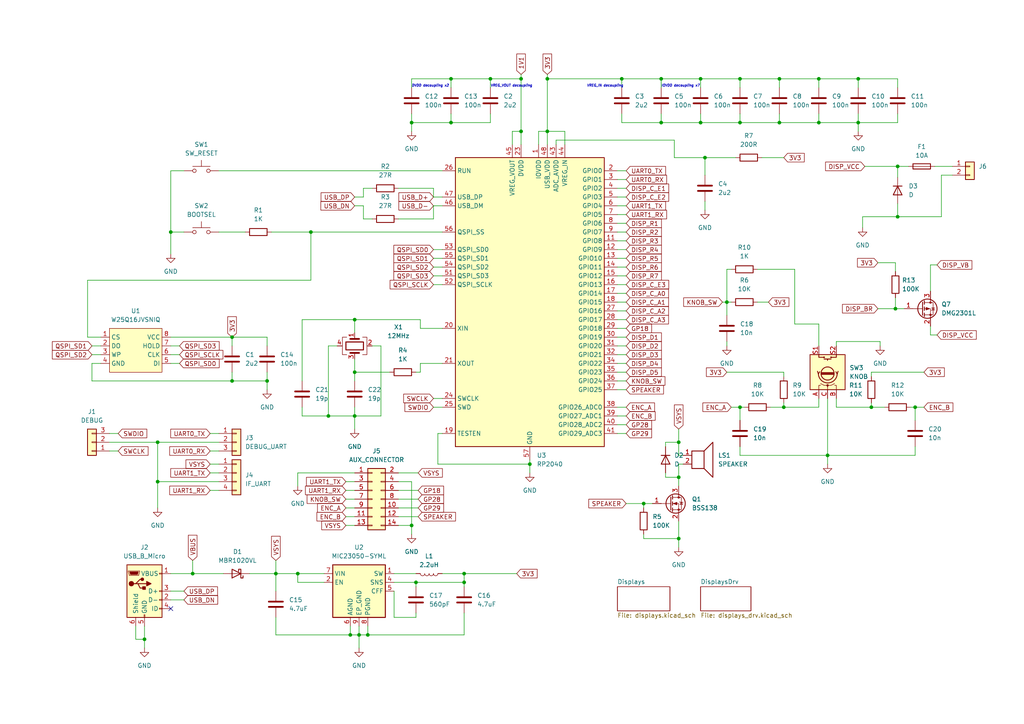
<source format=kicad_sch>
(kicad_sch (version 20230121) (generator eeschema)
  (paper "A4")
  (junction (at 67.31 110.49))
  (junction (at 214.63 118.11))
  (junction (at 259.715 89.535))
  (junction (at 119.38 152.4))
  (junction (at 77.47 110.49))
  (junction (at 102.87 107.95))
  (junction (at 134.62 168.91))
  (junction (at 90.17 67.31))
  (junction (at 119.38 35.56))
  (junction (at 252.73 118.11))
  (junction (at 153.67 134.62))
  (junction (at 106.68 184.15))
  (junction (at 227.33 118.11))
  (junction (at 142.24 22.86))
  (junction (at 214.63 22.86))
  (junction (at 86.36 166.37))
  (junction (at 214.63 35.56))
  (junction (at 240.03 132.08))
  (junction (at 151.13 22.86))
  (junction (at 210.82 87.63))
  (junction (at 134.62 166.37))
  (junction (at 186.69 146.05))
  (junction (at 102.87 92.71))
  (junction (at 191.77 22.86))
  (junction (at 151.13 38.1))
  (junction (at 55.88 166.37))
  (junction (at 49.53 67.31))
  (junction (at 260.35 62.865))
  (junction (at 260.35 48.26))
  (junction (at 237.49 35.56))
  (junction (at 95.25 120.65))
  (junction (at 265.43 118.11))
  (junction (at 45.72 128.27))
  (junction (at 204.47 45.72))
  (junction (at 80.01 166.37))
  (junction (at 196.85 138.43))
  (junction (at 120.65 168.91))
  (junction (at 191.77 35.56))
  (junction (at 203.2 22.86))
  (junction (at 102.87 120.65))
  (junction (at 226.06 22.86))
  (junction (at 203.2 35.56))
  (junction (at 45.72 139.7))
  (junction (at 196.85 156.21))
  (junction (at 248.92 35.56))
  (junction (at 41.91 185.42))
  (junction (at 158.75 22.86))
  (junction (at 158.75 38.1))
  (junction (at 248.92 22.86))
  (junction (at 67.31 97.79))
  (junction (at 101.6 184.15))
  (junction (at 196.85 128.27))
  (junction (at 104.14 184.15))
  (junction (at 226.06 35.56))
  (junction (at 130.81 35.56))
  (junction (at 180.34 22.86))
  (junction (at 237.49 22.86))
  (junction (at 130.81 22.86))
  (no_connect (at 49.53 176.53))
  (wire (pts (xy 125.73 80.01) (xy 128.27 80.01)))
  (wire (pts (xy 134.62 166.37) (xy 134.62 168.91)))
  (wire (pts (xy 49.53 67.31) (xy 53.34 67.31)))
  (wire (pts (xy 179.07 72.39) (xy 181.61 72.39)))
  (wire (pts (xy 45.72 139.7) (xy 63.5 139.7)))
  (wire (pts (xy 226.06 22.86) (xy 237.49 22.86)))
  (wire (pts (xy 130.81 33.02) (xy 130.81 35.56)))
  (wire (pts (xy 134.62 168.91) (xy 134.62 170.18)))
  (wire (pts (xy 25.4 97.79) (xy 29.21 97.79)))
  (wire (pts (xy 130.81 22.86) (xy 130.81 25.4)))
  (wire (pts (xy 179.07 105.41) (xy 181.61 105.41)))
  (wire (pts (xy 210.82 87.63) (xy 212.09 87.63)))
  (wire (pts (xy 128.27 57.15) (xy 125.73 57.15)))
  (wire (pts (xy 191.77 22.86) (xy 203.2 22.86)))
  (wire (pts (xy 265.43 118.11) (xy 264.16 118.11)))
  (wire (pts (xy 219.71 87.63) (xy 222.885 87.63)))
  (wire (pts (xy 237.49 22.86) (xy 248.92 22.86)))
  (wire (pts (xy 26.67 105.41) (xy 26.67 110.49)))
  (wire (pts (xy 179.07 120.65) (xy 181.61 120.65)))
  (wire (pts (xy 256.54 118.11) (xy 252.73 118.11)))
  (wire (pts (xy 214.63 118.11) (xy 214.63 121.92)))
  (wire (pts (xy 250.19 62.865) (xy 250.19 66.04)))
  (wire (pts (xy 248.92 22.86) (xy 248.92 25.4)))
  (wire (pts (xy 125.73 115.57) (xy 128.27 115.57)))
  (wire (pts (xy 269.875 76.835) (xy 271.78 76.835)))
  (wire (pts (xy 254.635 89.535) (xy 259.715 89.535)))
  (wire (pts (xy 267.97 107.95) (xy 252.73 107.95)))
  (wire (pts (xy 125.73 59.69) (xy 125.73 63.5)))
  (wire (pts (xy 179.07 82.55) (xy 181.61 82.55)))
  (wire (pts (xy 102.87 59.69) (xy 105.41 59.69)))
  (wire (pts (xy 115.57 149.86) (xy 121.285 149.86)))
  (wire (pts (xy 86.36 168.91) (xy 93.98 168.91)))
  (wire (pts (xy 260.35 48.26) (xy 263.525 48.26)))
  (wire (pts (xy 115.57 147.32) (xy 121.285 147.32)))
  (wire (pts (xy 210.82 78.105) (xy 212.09 78.105)))
  (wire (pts (xy 273.05 62.865) (xy 273.05 50.8)))
  (wire (pts (xy 179.07 59.69) (xy 181.61 59.69)))
  (wire (pts (xy 210.82 87.63) (xy 210.82 78.105)))
  (wire (pts (xy 49.53 173.99) (xy 53.34 173.99)))
  (wire (pts (xy 97.79 100.33) (xy 95.25 100.33)))
  (wire (pts (xy 267.97 118.11) (xy 265.43 118.11)))
  (wire (pts (xy 102.87 92.71) (xy 121.92 92.71)))
  (wire (pts (xy 196.85 134.62) (xy 196.85 138.43)))
  (wire (pts (xy 39.37 181.61) (xy 39.37 185.42)))
  (wire (pts (xy 198.12 132.08) (xy 196.85 132.08)))
  (wire (pts (xy 269.875 94.615) (xy 269.875 97.155)))
  (wire (pts (xy 134.62 166.37) (xy 149.86 166.37)))
  (wire (pts (xy 115.57 139.7) (xy 119.38 139.7)))
  (wire (pts (xy 125.73 54.61) (xy 115.57 54.61)))
  (wire (pts (xy 49.53 97.79) (xy 67.31 97.79)))
  (wire (pts (xy 100.33 152.4) (xy 102.87 152.4)))
  (wire (pts (xy 227.33 116.84) (xy 227.33 118.11)))
  (wire (pts (xy 230.505 93.98) (xy 230.505 78.105)))
  (wire (pts (xy 179.07 74.93) (xy 181.61 74.93)))
  (wire (pts (xy 100.33 149.86) (xy 102.87 149.86)))
  (wire (pts (xy 196.85 138.43) (xy 196.85 140.97)))
  (wire (pts (xy 203.2 33.02) (xy 203.2 35.56)))
  (wire (pts (xy 29.21 105.41) (xy 26.67 105.41)))
  (wire (pts (xy 180.34 33.02) (xy 180.34 35.56)))
  (wire (pts (xy 67.31 97.79) (xy 67.31 100.33)))
  (wire (pts (xy 179.07 77.47) (xy 181.61 77.47)))
  (wire (pts (xy 26.67 102.87) (xy 29.21 102.87)))
  (wire (pts (xy 87.63 118.11) (xy 87.63 120.65)))
  (wire (pts (xy 179.07 90.17) (xy 181.61 90.17)))
  (wire (pts (xy 180.34 35.56) (xy 191.77 35.56)))
  (wire (pts (xy 49.53 67.31) (xy 49.53 73.66)))
  (wire (pts (xy 158.75 22.86) (xy 180.34 22.86)))
  (wire (pts (xy 119.38 152.4) (xy 119.38 154.94)))
  (wire (pts (xy 45.72 139.7) (xy 45.72 147.32)))
  (wire (pts (xy 142.24 22.86) (xy 151.13 22.86)))
  (wire (pts (xy 115.57 144.78) (xy 121.285 144.78)))
  (wire (pts (xy 130.81 22.86) (xy 142.24 22.86)))
  (wire (pts (xy 269.875 84.455) (xy 269.875 76.835)))
  (wire (pts (xy 204.47 45.72) (xy 204.47 50.8)))
  (wire (pts (xy 49.53 171.45) (xy 53.34 171.45)))
  (wire (pts (xy 180.34 22.86) (xy 191.77 22.86)))
  (wire (pts (xy 49.53 100.33) (xy 52.07 100.33)))
  (wire (pts (xy 119.38 22.86) (xy 130.81 22.86)))
  (wire (pts (xy 142.24 33.02) (xy 142.24 35.56)))
  (wire (pts (xy 179.07 49.53) (xy 181.61 49.53)))
  (wire (pts (xy 105.41 63.5) (xy 105.41 59.69)))
  (wire (pts (xy 240.03 115.57) (xy 240.03 132.08)))
  (wire (pts (xy 153.67 133.35) (xy 153.67 134.62)))
  (wire (pts (xy 86.36 166.37) (xy 86.36 168.91)))
  (wire (pts (xy 179.07 57.15) (xy 181.61 57.15)))
  (wire (pts (xy 130.81 35.56) (xy 142.24 35.56)))
  (wire (pts (xy 151.13 22.86) (xy 151.13 38.1)))
  (wire (pts (xy 179.07 107.95) (xy 181.61 107.95)))
  (wire (pts (xy 181.61 146.05) (xy 186.69 146.05)))
  (wire (pts (xy 63.5 49.53) (xy 128.27 49.53)))
  (wire (pts (xy 226.06 33.02) (xy 226.06 35.56)))
  (wire (pts (xy 90.17 81.28) (xy 25.4 81.28)))
  (wire (pts (xy 265.43 118.11) (xy 265.43 121.92)))
  (wire (pts (xy 114.3 168.91) (xy 120.65 168.91)))
  (wire (pts (xy 63.5 130.81) (xy 60.96 130.81)))
  (wire (pts (xy 125.73 82.55) (xy 128.27 82.55)))
  (wire (pts (xy 255.27 99.06) (xy 255.27 100.33)))
  (wire (pts (xy 119.38 33.02) (xy 119.38 35.56)))
  (wire (pts (xy 25.4 81.28) (xy 25.4 97.79)))
  (wire (pts (xy 193.04 128.27) (xy 196.85 128.27)))
  (wire (pts (xy 151.13 22.86) (xy 151.13 21.59)))
  (wire (pts (xy 80.01 166.37) (xy 86.36 166.37)))
  (wire (pts (xy 102.87 120.65) (xy 102.87 124.46)))
  (wire (pts (xy 273.05 50.8) (xy 276.225 50.8)))
  (wire (pts (xy 78.74 67.31) (xy 90.17 67.31)))
  (wire (pts (xy 128.27 59.69) (xy 125.73 59.69)))
  (wire (pts (xy 179.07 69.85) (xy 181.61 69.85)))
  (wire (pts (xy 214.63 33.02) (xy 214.63 35.56)))
  (wire (pts (xy 77.47 110.49) (xy 67.31 110.49)))
  (wire (pts (xy 77.47 107.95) (xy 77.47 110.49)))
  (wire (pts (xy 227.33 109.22) (xy 227.33 107.95)))
  (wire (pts (xy 163.83 41.91) (xy 163.83 38.1)))
  (wire (pts (xy 226.06 35.56) (xy 237.49 35.56)))
  (wire (pts (xy 102.87 107.95) (xy 102.87 110.49)))
  (wire (pts (xy 134.62 177.8) (xy 134.62 184.15)))
  (wire (pts (xy 115.57 137.16) (xy 121.285 137.16)))
  (wire (pts (xy 179.07 67.31) (xy 181.61 67.31)))
  (wire (pts (xy 158.75 38.1) (xy 158.75 41.91)))
  (wire (pts (xy 248.92 35.56) (xy 248.92 38.1)))
  (wire (pts (xy 260.35 59.055) (xy 260.35 62.865)))
  (wire (pts (xy 114.3 179.07) (xy 114.3 171.45)))
  (wire (pts (xy 212.09 118.11) (xy 214.63 118.11)))
  (wire (pts (xy 115.57 142.24) (xy 121.285 142.24)))
  (wire (pts (xy 179.07 118.11) (xy 181.61 118.11)))
  (wire (pts (xy 67.31 110.49) (xy 67.31 107.95)))
  (wire (pts (xy 193.04 138.43) (xy 193.04 137.16)))
  (wire (pts (xy 230.505 78.105) (xy 219.71 78.105)))
  (wire (pts (xy 248.92 22.86) (xy 260.35 22.86)))
  (wire (pts (xy 86.36 137.16) (xy 86.36 140.97)))
  (wire (pts (xy 254.635 76.2) (xy 259.715 76.2)))
  (wire (pts (xy 102.87 96.52) (xy 102.87 92.71)))
  (wire (pts (xy 196.85 138.43) (xy 193.04 138.43)))
  (wire (pts (xy 186.69 156.21) (xy 186.69 154.94)))
  (wire (pts (xy 119.38 35.56) (xy 119.38 38.1)))
  (wire (pts (xy 179.07 110.49) (xy 181.61 110.49)))
  (wire (pts (xy 237.49 35.56) (xy 248.92 35.56)))
  (wire (pts (xy 237.49 33.02) (xy 237.49 35.56)))
  (wire (pts (xy 115.57 63.5) (xy 125.73 63.5)))
  (wire (pts (xy 45.72 128.27) (xy 63.5 128.27)))
  (wire (pts (xy 262.255 89.535) (xy 259.715 89.535)))
  (wire (pts (xy 100.33 147.32) (xy 102.87 147.32)))
  (wire (pts (xy 214.63 35.56) (xy 226.06 35.56)))
  (wire (pts (xy 80.01 184.15) (xy 80.01 179.07)))
  (wire (pts (xy 196.85 128.27) (xy 196.85 132.08)))
  (wire (pts (xy 106.68 181.61) (xy 106.68 184.15)))
  (wire (pts (xy 120.65 168.91) (xy 120.65 170.18)))
  (wire (pts (xy 223.52 118.11) (xy 227.33 118.11)))
  (wire (pts (xy 259.715 78.74) (xy 259.715 76.2)))
  (wire (pts (xy 196.85 156.21) (xy 186.69 156.21)))
  (wire (pts (xy 265.43 132.08) (xy 240.03 132.08)))
  (wire (pts (xy 55.88 166.37) (xy 64.77 166.37)))
  (wire (pts (xy 151.13 38.1) (xy 151.13 41.91)))
  (wire (pts (xy 179.07 92.71) (xy 181.61 92.71)))
  (wire (pts (xy 119.38 139.7) (xy 119.38 152.4)))
  (wire (pts (xy 67.31 97.79) (xy 77.47 97.79)))
  (wire (pts (xy 87.63 92.71) (xy 87.63 110.49)))
  (wire (pts (xy 265.43 129.54) (xy 265.43 132.08)))
  (wire (pts (xy 196.85 156.21) (xy 196.85 158.75)))
  (wire (pts (xy 179.07 123.19) (xy 181.61 123.19)))
  (wire (pts (xy 87.63 120.65) (xy 95.25 120.65)))
  (wire (pts (xy 186.69 146.05) (xy 186.69 147.32)))
  (wire (pts (xy 214.63 129.54) (xy 214.63 132.08)))
  (wire (pts (xy 196.85 151.13) (xy 196.85 156.21)))
  (wire (pts (xy 110.49 100.33) (xy 110.49 120.65)))
  (wire (pts (xy 260.35 33.02) (xy 260.35 35.56)))
  (wire (pts (xy 179.07 52.07) (xy 181.61 52.07)))
  (wire (pts (xy 90.17 67.31) (xy 90.17 81.28)))
  (wire (pts (xy 271.145 48.26) (xy 276.225 48.26)))
  (wire (pts (xy 63.5 67.31) (xy 71.12 67.31)))
  (wire (pts (xy 214.63 22.86) (xy 214.63 25.4)))
  (wire (pts (xy 26.67 100.33) (xy 29.21 100.33)))
  (wire (pts (xy 121.92 105.41) (xy 128.27 105.41)))
  (wire (pts (xy 55.88 162.56) (xy 55.88 166.37)))
  (wire (pts (xy 119.38 35.56) (xy 130.81 35.56)))
  (wire (pts (xy 195.58 40.64) (xy 195.58 45.72)))
  (wire (pts (xy 179.07 85.09) (xy 181.61 85.09)))
  (wire (pts (xy 179.07 62.23) (xy 181.61 62.23)))
  (wire (pts (xy 127 125.73) (xy 128.27 125.73)))
  (wire (pts (xy 125.73 77.47) (xy 128.27 77.47)))
  (wire (pts (xy 125.73 118.11) (xy 128.27 118.11)))
  (wire (pts (xy 26.67 110.49) (xy 67.31 110.49)))
  (wire (pts (xy 72.39 166.37) (xy 80.01 166.37)))
  (wire (pts (xy 31.75 125.73) (xy 34.29 125.73)))
  (wire (pts (xy 153.67 134.62) (xy 127 134.62)))
  (wire (pts (xy 269.875 97.155) (xy 271.78 97.155)))
  (wire (pts (xy 237.49 22.86) (xy 237.49 25.4)))
  (wire (pts (xy 101.6 184.15) (xy 80.01 184.15)))
  (wire (pts (xy 227.33 118.11) (xy 237.49 118.11)))
  (wire (pts (xy 203.2 22.86) (xy 203.2 25.4)))
  (wire (pts (xy 179.07 100.33) (xy 181.61 100.33)))
  (wire (pts (xy 156.21 38.1) (xy 158.75 38.1)))
  (wire (pts (xy 191.77 25.4) (xy 191.77 22.86)))
  (wire (pts (xy 180.34 22.86) (xy 180.34 25.4)))
  (wire (pts (xy 191.77 35.56) (xy 203.2 35.56)))
  (wire (pts (xy 163.83 38.1) (xy 158.75 38.1)))
  (wire (pts (xy 250.825 48.26) (xy 260.35 48.26)))
  (wire (pts (xy 101.6 181.61) (xy 101.6 184.15)))
  (wire (pts (xy 107.95 100.33) (xy 110.49 100.33)))
  (wire (pts (xy 203.2 22.86) (xy 214.63 22.86)))
  (wire (pts (xy 127 134.62) (xy 127 125.73)))
  (wire (pts (xy 49.53 102.87) (xy 52.07 102.87)))
  (wire (pts (xy 86.36 137.16) (xy 102.87 137.16)))
  (wire (pts (xy 107.95 63.5) (xy 105.41 63.5)))
  (wire (pts (xy 179.07 64.77) (xy 181.61 64.77)))
  (wire (pts (xy 252.73 109.22) (xy 252.73 107.95)))
  (wire (pts (xy 196.85 124.46) (xy 196.85 128.27)))
  (wire (pts (xy 115.57 152.4) (xy 119.38 152.4)))
  (wire (pts (xy 125.73 74.93) (xy 128.27 74.93)))
  (wire (pts (xy 121.92 105.41) (xy 121.92 107.95)))
  (wire (pts (xy 121.92 95.25) (xy 128.27 95.25)))
  (wire (pts (xy 179.07 95.25) (xy 181.61 95.25)))
  (wire (pts (xy 104.14 181.61) (xy 104.14 184.15)))
  (wire (pts (xy 179.07 102.87) (xy 181.61 102.87)))
  (wire (pts (xy 121.92 92.71) (xy 121.92 95.25)))
  (wire (pts (xy 191.77 33.02) (xy 191.77 35.56)))
  (wire (pts (xy 60.96 134.62) (xy 63.5 134.62)))
  (wire (pts (xy 260.35 62.865) (xy 250.19 62.865)))
  (wire (pts (xy 259.715 89.535) (xy 259.715 86.36)))
  (wire (pts (xy 119.38 25.4) (xy 119.38 22.86)))
  (wire (pts (xy 113.03 107.95) (xy 102.87 107.95)))
  (wire (pts (xy 128.27 166.37) (xy 134.62 166.37)))
  (wire (pts (xy 102.87 57.15) (xy 105.41 57.15)))
  (wire (pts (xy 107.95 54.61) (xy 105.41 54.61)))
  (wire (pts (xy 189.23 146.05) (xy 186.69 146.05)))
  (wire (pts (xy 120.65 179.07) (xy 114.3 179.07)))
  (wire (pts (xy 179.07 97.79) (xy 181.61 97.79)))
  (wire (pts (xy 63.5 125.73) (xy 60.96 125.73)))
  (wire (pts (xy 179.07 113.03) (xy 181.61 113.03)))
  (wire (pts (xy 95.25 100.33) (xy 95.25 120.65)))
  (wire (pts (xy 100.33 139.7) (xy 102.87 139.7)))
  (wire (pts (xy 39.37 185.42) (xy 41.91 185.42)))
  (wire (pts (xy 260.35 35.56) (xy 248.92 35.56)))
  (wire (pts (xy 77.47 110.49) (xy 77.47 113.03)))
  (wire (pts (xy 49.53 105.41) (xy 52.07 105.41)))
  (wire (pts (xy 142.24 22.86) (xy 142.24 25.4)))
  (wire (pts (xy 104.14 184.15) (xy 106.68 184.15)))
  (wire (pts (xy 242.57 99.06) (xy 255.27 99.06)))
  (wire (pts (xy 158.75 38.1) (xy 158.75 22.86)))
  (wire (pts (xy 220.98 45.72) (xy 227.33 45.72)))
  (wire (pts (xy 104.14 184.15) (xy 104.14 187.96)))
  (wire (pts (xy 31.75 130.81) (xy 34.29 130.81)))
  (wire (pts (xy 45.72 128.27) (xy 45.72 139.7)))
  (wire (pts (xy 161.29 40.64) (xy 195.58 40.64)))
  (wire (pts (xy 204.47 45.72) (xy 213.36 45.72)))
  (wire (pts (xy 179.07 80.01) (xy 181.61 80.01)))
  (wire (pts (xy 90.17 67.31) (xy 128.27 67.31)))
  (wire (pts (xy 49.53 49.53) (xy 49.53 67.31)))
  (wire (pts (xy 60.96 142.24) (xy 63.5 142.24)))
  (wire (pts (xy 49.53 166.37) (xy 55.88 166.37)))
  (wire (pts (xy 198.12 134.62) (xy 196.85 134.62)))
  (wire (pts (xy 77.47 97.79) (xy 77.47 100.33)))
  (wire (pts (xy 105.41 54.61) (xy 105.41 57.15)))
  (wire (pts (xy 153.67 134.62) (xy 153.67 137.16)))
  (wire (pts (xy 240.03 132.08) (xy 240.03 134.62)))
  (wire (pts (xy 114.3 166.37) (xy 120.65 166.37)))
  (wire (pts (xy 158.75 21.59) (xy 158.75 22.86)))
  (wire (pts (xy 102.87 92.71) (xy 87.63 92.71)))
  (wire (pts (xy 179.07 54.61) (xy 181.61 54.61)))
  (wire (pts (xy 237.49 115.57) (xy 237.49 118.11)))
  (wire (pts (xy 148.59 38.1) (xy 151.13 38.1)))
  (wire (pts (xy 125.73 72.39) (xy 128.27 72.39)))
  (wire (pts (xy 134.62 184.15) (xy 106.68 184.15)))
  (wire (pts (xy 226.06 22.86) (xy 226.06 25.4)))
  (wire (pts (xy 260.35 48.26) (xy 260.35 51.435)))
  (wire (pts (xy 100.33 144.78) (xy 102.87 144.78)))
  (wire (pts (xy 210.82 87.63) (xy 210.82 91.44)))
  (wire (pts (xy 210.82 99.06) (xy 210.82 100.33)))
  (wire (pts (xy 53.34 49.53) (xy 49.53 49.53)))
  (wire (pts (xy 102.87 120.65) (xy 102.87 118.11)))
  (wire (pts (xy 101.6 184.15) (xy 104.14 184.15)))
  (wire (pts (xy 203.2 35.56) (xy 214.63 35.56)))
  (wire (pts (xy 237.49 93.98) (xy 230.505 93.98)))
  (wire (pts (xy 41.91 185.42) (xy 41.91 187.96)))
  (wire (pts (xy 248.92 33.02) (xy 248.92 35.56)))
  (wire (pts (xy 86.36 166.37) (xy 93.98 166.37)))
  (wire (pts (xy 125.73 57.15) (xy 125.73 54.61)))
  (wire (pts (xy 204.47 58.42) (xy 204.47 60.96)))
  (wire (pts (xy 195.58 45.72) (xy 204.47 45.72)))
  (wire (pts (xy 120.65 107.95) (xy 121.92 107.95)))
  (wire (pts (xy 80.01 162.56) (xy 80.01 166.37)))
  (wire (pts (xy 156.21 41.91) (xy 156.21 38.1)))
  (wire (pts (xy 252.73 118.11) (xy 242.57 118.11)))
  (wire (pts (xy 179.07 125.73) (xy 181.61 125.73)))
  (wire (pts (xy 161.29 41.91) (xy 161.29 40.64)))
  (wire (pts (xy 120.65 168.91) (xy 134.62 168.91)))
  (wire (pts (xy 242.57 115.57) (xy 242.57 118.11)))
  (wire (pts (xy 237.49 100.33) (xy 237.49 93.98)))
  (wire (pts (xy 60.96 137.16) (xy 63.5 137.16)))
  (wire (pts (xy 210.82 107.95) (xy 227.33 107.95)))
  (wire (pts (xy 214.63 132.08) (xy 240.03 132.08)))
  (wire (pts (xy 148.59 41.91) (xy 148.59 38.1)))
  (wire (pts (xy 31.75 128.27) (xy 45.72 128.27)))
  (wire (pts (xy 209.55 87.63) (xy 210.82 87.63)))
  (wire (pts (xy 193.04 129.54) (xy 193.04 128.27)))
  (wire (pts (xy 214.63 118.11) (xy 215.9 118.11)))
  (wire (pts (xy 260.35 62.865) (xy 273.05 62.865)))
  (wire (pts (xy 260.35 22.86) (xy 260.35 25.4)))
  (wire (pts (xy 179.07 87.63) (xy 181.61 87.63)))
  (wire (pts (xy 102.87 104.14) (xy 102.87 107.95)))
  (wire (pts (xy 252.73 116.84) (xy 252.73 118.11)))
  (wire (pts (xy 100.33 142.24) (xy 102.87 142.24)))
  (wire (pts (xy 41.91 181.61) (xy 41.91 185.42)))
  (wire (pts (xy 110.49 120.65) (xy 102.87 120.65)))
  (wire (pts (xy 95.25 120.65) (xy 102.87 120.65)))
  (wire (pts (xy 80.01 166.37) (xy 80.01 171.45)))
  (wire (pts (xy 242.57 99.06) (xy 242.57 100.33)))
  (wire (pts (xy 214.63 22.86) (xy 226.06 22.86)))
  (wire (pts (xy 120.65 177.8) (xy 120.65 179.07)))
  (text "IOVDD decoupling x7" (at 191.77 25.4 0) (effects (font (size 0.7 0.7) italic) (justify left bottom)))
  (text "DVDD decoupling x2" (at 119.38 25.4 0) (effects (font (size 0.7 0.7) italic) (justify left bottom)))
  (text "VREG_IN decoupling" (at 170.18 25.4 0) (effects (font (size 0.7 0.7) italic) (justify left bottom)))
  (text "VREG_VOUT decoupling" (at 142.24 25.4 0) (effects (font (size 0.7 0.7) italic) (justify left bottom)))
  (global_label "GP28" (shape input) (at 121.285 144.78 0) (property "Intersheetrefs" "${INTERSHEET_REFS}" (effects hide)))
  (global_label "3V3" (shape input) (at 149.86 166.37 0) (property "Intersheetrefs" "${INTERSHEET_REFS}" (effects hide)))
  (global_label "DISP_R1" (shape input) (at 181.61 64.77 0) (property "Intersheetrefs" "${INTERSHEET_REFS}" (effects hide)))
  (global_label "DISP_C_E1" (shape input) (at 181.61 54.61 0) (property "Intersheetrefs" "${INTERSHEET_REFS}" (effects hide)))
  (global_label "3V3" (shape input) (at 67.31 97.79 90) (property "Intersheetrefs" "${INTERSHEET_REFS}" (effects hide)))
  (global_label "VBUS" (shape input) (at 55.88 162.56 90) (property "Intersheetrefs" "${INTERSHEET_REFS}" (effects hide)))
  (global_label "DISP_C_E2" (shape input) (at 181.61 57.15 0) (property "Intersheetrefs" "${INTERSHEET_REFS}" (effects hide)))
  (global_label "ENC_B" (shape input) (at 100.33 149.86 180) (property "Intersheetrefs" "${INTERSHEET_REFS}" (effects hide)))
  (global_label "UART1_RX" (shape input) (at 60.96 142.24 180) (property "Intersheetrefs" "${INTERSHEET_REFS}" (effects hide)))
  (global_label "DISP_D2" (shape input) (at 181.61 100.33 0) (property "Intersheetrefs" "${INTERSHEET_REFS}" (effects hide)))
  (global_label "VSYS" (shape input) (at 100.33 152.4 180) (property "Intersheetrefs" "${INTERSHEET_REFS}" (effects hide)))
  (global_label "UART1_TX" (shape input) (at 181.61 59.69 0) (property "Intersheetrefs" "${INTERSHEET_REFS}" (effects hide)))
  (global_label "USB_D-" (shape input) (at 125.73 59.69 180) (property "Intersheetrefs" "${INTERSHEET_REFS}" (effects hide)))
  (global_label "QSPI_SD2" (shape input) (at 26.67 102.87 180) (property "Intersheetrefs" "${INTERSHEET_REFS}" (effects hide)))
  (global_label "DISP_C_A2" (shape input) (at 181.61 90.17 0) (property "Intersheetrefs" "${INTERSHEET_REFS}" (effects hide)))
  (global_label "KNOB_SW" (shape input) (at 181.61 110.49 0) (property "Intersheetrefs" "${INTERSHEET_REFS}" (effects hide)))
  (global_label "QSPI_SD3" (shape input) (at 125.73 80.01 180) (property "Intersheetrefs" "${INTERSHEET_REFS}" (effects hide)))
  (global_label "DISP_C_E3" (shape input) (at 181.61 82.55 0) (property "Intersheetrefs" "${INTERSHEET_REFS}" (effects hide)))
  (global_label "GP28" (shape input) (at 181.61 123.19 0) (property "Intersheetrefs" "${INTERSHEET_REFS}" (effects hide)))
  (global_label "USB_DP" (shape input) (at 53.34 171.45 0) (property "Intersheetrefs" "${INTERSHEET_REFS}" (effects hide)))
  (global_label "SWDIO" (shape input) (at 34.29 125.73 0) (property "Intersheetrefs" "${INTERSHEET_REFS}" (effects hide)))
  (global_label "3V3" (shape input) (at 254.635 76.2 180) (property "Intersheetrefs" "${INTERSHEET_REFS}" (effects hide)))
  (global_label "UART1_RX" (shape input) (at 181.61 62.23 0) (property "Intersheetrefs" "${INTERSHEET_REFS}" (effects hide)))
  (global_label "DISP_BR" (shape input) (at 254.635 89.535 180) (property "Intersheetrefs" "${INTERSHEET_REFS}" (effects hide)))
  (global_label "GP29" (shape input) (at 181.61 125.73 0) (property "Intersheetrefs" "${INTERSHEET_REFS}" (effects hide)))
  (global_label "DISP_VCC" (shape input) (at 250.825 48.26 180) (property "Intersheetrefs" "${INTERSHEET_REFS}" (effects hide)))
  (global_label "DISP_VCC" (shape input) (at 271.78 97.155 0) (property "Intersheetrefs" "${INTERSHEET_REFS}" (effects hide)))
  (global_label "DISP_VB" (shape input) (at 271.78 76.835 0) (property "Intersheetrefs" "${INTERSHEET_REFS}" (effects hide)))
  (global_label "QSPI_SCLK" (shape input) (at 52.07 102.87 0) (property "Intersheetrefs" "${INTERSHEET_REFS}" (effects hide)))
  (global_label "DISP_D1" (shape input) (at 181.61 97.79 0) (property "Intersheetrefs" "${INTERSHEET_REFS}" (effects hide)))
  (global_label "UART1_TX" (shape input) (at 60.96 137.16 180) (property "Intersheetrefs" "${INTERSHEET_REFS}" (effects hide)))
  (global_label "DISP_D4" (shape input) (at 181.61 105.41 0) (property "Intersheetrefs" "${INTERSHEET_REFS}" (effects hide)))
  (global_label "DISP_C_A0" (shape input) (at 181.61 85.09 0) (property "Intersheetrefs" "${INTERSHEET_REFS}" (effects hide)))
  (global_label "DISP_R4" (shape input) (at 181.61 72.39 0) (property "Intersheetrefs" "${INTERSHEET_REFS}" (effects hide)))
  (global_label "GP29" (shape input) (at 121.285 147.32 0) (property "Intersheetrefs" "${INTERSHEET_REFS}" (effects hide)))
  (global_label "VSYS" (shape input) (at 80.01 162.56 90) (property "Intersheetrefs" "${INTERSHEET_REFS}" (effects hide)))
  (global_label "DISP_C_A3" (shape input) (at 181.61 92.71 0) (property "Intersheetrefs" "${INTERSHEET_REFS}" (effects hide)))
  (global_label "UART0_RX" (shape input) (at 60.96 130.81 180) (property "Intersheetrefs" "${INTERSHEET_REFS}" (effects hide)))
  (global_label "DISP_R7" (shape input) (at 181.61 80.01 0) (property "Intersheetrefs" "${INTERSHEET_REFS}" (effects hide)))
  (global_label "3V3" (shape input) (at 158.75 21.59 90) (effects (font italic)) (property "Intersheetrefs" "${INTERSHEET_REFS}" (effects hide)))
  (global_label "KNOB_SW" (shape input) (at 100.33 144.78 180) (property "Intersheetrefs" "${INTERSHEET_REFS}" (effects hide)))
  (global_label "QSPI_SCLK" (shape input) (at 125.73 82.55 180) (property "Intersheetrefs" "${INTERSHEET_REFS}" (effects hide)))
  (global_label "QSPI_SD2" (shape input) (at 125.73 77.47 180) (property "Intersheetrefs" "${INTERSHEET_REFS}" (effects hide)))
  (global_label "QSPI_SD3" (shape input) (at 52.07 100.33 0) (property "Intersheetrefs" "${INTERSHEET_REFS}" (effects hide)))
  (global_label "VSYS" (shape input) (at 196.85 124.46 90) (property "Intersheetrefs" "${INTERSHEET_REFS}" (effects hide)))
  (global_label "SWCLK" (shape input) (at 125.73 115.57 180) (property "Intersheetrefs" "${INTERSHEET_REFS}" (effects hide)))
  (global_label "1V1" (shape input) (at 151.13 21.59 90) (effects (font italic)) (property "Intersheetrefs" "${INTERSHEET_REFS}" (effects hide)))
  (global_label "SWCLK" (shape input) (at 34.29 130.81 0) (property "Intersheetrefs" "${INTERSHEET_REFS}" (effects hide)))
  (global_label "QSPI_SD1" (shape input) (at 125.73 74.93 180) (property "Intersheetrefs" "${INTERSHEET_REFS}" (effects hide)))
  (global_label "USB_DP" (shape input) (at 102.87 57.15 180) (property "Intersheetrefs" "${INTERSHEET_REFS}" (effects hide)))
  (global_label "UART1_RX" (shape input) (at 100.33 142.24 180) (property "Intersheetrefs" "${INTERSHEET_REFS}" (effects hide)))
  (global_label "ENC_A" (shape input) (at 100.33 147.32 180) (property "Intersheetrefs" "${INTERSHEET_REFS}" (effects hide)))
  (global_label "ENC_A" (shape input) (at 212.09 118.11 180) (property "Intersheetrefs" "${INTERSHEET_REFS}" (effects hide)))
  (global_label "DISP_D5" (shape input) (at 181.61 107.95 0) (property "Intersheetrefs" "${INTERSHEET_REFS}" (effects hide)))
  (global_label "DISP_R2" (shape input) (at 181.61 67.31 0) (property "Intersheetrefs" "${INTERSHEET_REFS}" (effects hide)))
  (global_label "SPEAKER" (shape input) (at 181.61 113.03 0) (property "Intersheetrefs" "${INTERSHEET_REFS}" (effects hide)))
  (global_label "DISP_D3" (shape input) (at 181.61 102.87 0) (property "Intersheetrefs" "${INTERSHEET_REFS}" (effects hide)))
  (global_label "SPEAKER" (shape input) (at 181.61 146.05 180) (property "Intersheetrefs" "${INTERSHEET_REFS}" (effects hide)))
  (global_label "3V3" (shape input) (at 267.97 107.95 0) (property "Intersheetrefs" "${INTERSHEET_REFS}" (effects hide)))
  (global_label "VSYS" (shape input) (at 121.285 137.16 0) (property "Intersheetrefs" "${INTERSHEET_REFS}" (effects hide)))
  (global_label "3V3" (shape input) (at 222.885 87.63 0) (property "Intersheetrefs" "${INTERSHEET_REFS}" (effects hide)))
  (global_label "KNOB_SW" (shape input) (at 209.55 87.63 180) (property "Intersheetrefs" "${INTERSHEET_REFS}" (effects hide)))
  (global_label "UART0_RX" (shape input) (at 181.61 52.07 0) (property "Intersheetrefs" "${INTERSHEET_REFS}" (effects hide)))
  (global_label "ENC_B" (shape input) (at 267.97 118.11 0) (property "Intersheetrefs" "${INTERSHEET_REFS}" (effects hide)))
  (global_label "UART1_TX" (shape input) (at 100.33 139.7 180) (property "Intersheetrefs" "${INTERSHEET_REFS}" (effects hide)))
  (global_label "ENC_B" (shape input) (at 181.61 120.65 0) (property "Intersheetrefs" "${INTERSHEET_REFS}" (effects hide)))
  (global_label "SPEAKER" (shape input) (at 121.285 149.86 0) (property "Intersheetrefs" "${INTERSHEET_REFS}" (effects hide)))
  (global_label "GP18" (shape input) (at 121.285 142.24 0) (property "Intersheetrefs" "${INTERSHEET_REFS}" (effects hide)))
  (global_label "SWDIO" (shape input) (at 125.73 118.11 180) (property "Intersheetrefs" "${INTERSHEET_REFS}" (effects hide)))
  (global_label "DISP_C_A1" (shape input) (at 181.61 87.63 0) (property "Intersheetrefs" "${INTERSHEET_REFS}" (effects hide)))
  (global_label "GP18" (shape input) (at 181.61 95.25 0) (property "Intersheetrefs" "${INTERSHEET_REFS}" (effects hide)))
  (global_label "DISP_R6" (shape input) (at 181.61 77.47 0) (property "Intersheetrefs" "${INTERSHEET_REFS}" (effects hide)))
  (global_label "USB_DN" (shape input) (at 102.87 59.69 180) (property "Intersheetrefs" "${INTERSHEET_REFS}" (effects hide)))
  (global_label "DISP_R5" (shape input) (at 181.61 74.93 0) (property "Intersheetrefs" "${INTERSHEET_REFS}" (effects hide)))
  (global_label "3V3" (shape input) (at 227.33 45.72 0) (property "Intersheetrefs" "${INTERSHEET_REFS}" (effects hide)))
  (global_label "3V3" (shape input) (at 210.82 107.95 180) (property "Intersheetrefs" "${INTERSHEET_REFS}" (effects hide)))
  (global_label "UART0_TX" (shape input) (at 181.61 49.53 0) (property "Intersheetrefs" "${INTERSHEET_REFS}" (effects hide)))
  (global_label "DISP_R3" (shape input) (at 181.61 69.85 0) (property "Intersheetrefs" "${INTERSHEET_REFS}" (effects hide)))
  (global_label "QSPI_SD0" (shape input) (at 52.07 105.41 0) (property "Intersheetrefs" "${INTERSHEET_REFS}" (effects hide)))
  (global_label "QSPI_SD0" (shape input) (at 125.73 72.39 180) (property "Intersheetrefs" "${INTERSHEET_REFS}" (effects hide)))
  (global_label "USB_D+" (shape input) (at 125.73 57.15 180) (property "Intersheetrefs" "${INTERSHEET_REFS}" (effects hide)))
  (global_label "VSYS" (shape input) (at 60.96 134.62 180) (property "Intersheetrefs" "${INTERSHEET_REFS}" (effects hide)))
  (global_label "USB_DN" (shape input) (at 53.34 173.99 0) (property "Intersheetrefs" "${INTERSHEET_REFS}" (effects hide)))
  (global_label "QSPI_SD1" (shape input) (at 26.67 100.33 180) (property "Intersheetrefs" "${INTERSHEET_REFS}" (effects hide)))
  (global_label "UART0_TX" (shape input) (at 60.96 125.73 180) (property "Intersheetrefs" "${INTERSHEET_REFS}" (effects hide)))
  (global_label "ENC_A" (shape input) (at 181.61 118.11 0) (property "Intersheetrefs" "${INTERSHEET_REFS}" (effects hide)))
  (symbol (lib_id "Device:C") (at 119.38 29.21 0) (unit 1)
    (property "Reference" "C12" (at 123.19 27.9399 0) (effects (justify left)))
    (property "Value" "100n" (at 123.19 30.4799 0) (effects (justify left)))
    (property "Footprint" "Capacitor_SMD:C_0603_1608Metric" (effects hide))
  )
  (symbol (lib_id "Device:C") (at 214.63 29.21 0) (unit 1)
    (property "Reference" "C7" (at 218.44 27.9399 0) (effects (justify left)))
    (property "Value" "100n" (at 218.44 30.4799 0) (effects (justify left)))
    (property "Footprint" "Capacitor_SMD:C_0603_1608Metric" (effects hide))
  )
  (symbol (lib_id "Switch:SW_Push") (at 58.42 67.31 0) (unit 1)
    (property "Reference" "SW2" (at 58.42 59.69 0))
    (property "Value" "BOOTSEL" (at 58.42 62.23 0))
    (property "Footprint" "components:TS18_TACTILE_SWITCH" (effects hide))
  )
  (symbol (lib_id "Device:C") (at 87.63 114.3 0) (unit 1)
    (property "Reference" "C21" (at 91.44 113.0299 0) (effects (justify left)))
    (property "Value" "19p" (at 91.44 115.5699 0) (effects (justify left)))
    (property "Footprint" "Capacitor_SMD:C_0603_1608Metric" (effects hide))
  )
  (symbol (lib_id "Device:R") (at 111.76 63.5 90) (unit 1)
    (property "Reference" "R3" (at 111.76 57.15 90))
    (property "Value" "27R" (at 111.76 59.69 90))
    (property "Footprint" "Resistor_SMD:R_0603_1608Metric" (effects hide))
  )
  (symbol (lib_id "power:GND") (at 204.47 60.96 0) (unit 1)
    (property "Reference" "#PWR0112" (effects hide))
    (property "Value" "GND" (at 204.47 66.04 0))
  )
  (symbol (lib_id "Device:C") (at 248.92 29.21 0) (unit 1)
    (property "Reference" "C10" (at 252.73 27.9399 0) (effects (justify left)))
    (property "Value" "100n" (at 252.73 30.4799 0) (effects (justify left)))
    (property "Footprint" "Capacitor_SMD:C_0603_1608Metric" (effects hide))
  )
  (symbol (lib_id "Device:C") (at 130.81 29.21 0) (unit 1)
    (property "Reference" "C13" (at 134.62 27.9399 0) (effects (justify left)))
    (property "Value" "100n" (at 134.62 30.4799 0) (effects (justify left)))
    (property "Footprint" "Capacitor_SMD:C_0603_1608Metric" (effects hide))
  )
  (symbol (lib_id "Device:C") (at 134.62 173.99 0) (unit 1)
    (property "Reference" "C16" (at 138.43 172.7199 0) (effects (justify left)))
    (property "Value" "4.7uF" (at 138.43 175.2599 0) (effects (justify left)))
    (property "Footprint" "Capacitor_SMD:C_0603_1608Metric" (effects hide))
  )
  (symbol (lib_id "Device:Speaker") (at 203.2 132.08 0) (unit 1)
    (property "Reference" "LS1" (at 208.28 132.0799 0) (effects (justify left)))
    (property "Value" "SPEAKER" (at 208.28 134.6199 0) (effects (justify left)))
    (property "Footprint" "components:BUZZER_CMT-8504" (effects hide))
  )
  (symbol (lib_id "components:W25Q16JVSNIQ") (at 39.37 105.41 0) (unit 1)
    (property "Reference" "U1" (at 39.37 90.17 0))
    (property "Value" "W25Q16JVSNIQ" (at 39.37 92.71 0))
    (property "Footprint" "components:SOIC8_150mil" (effects hide))
  )
  (symbol (lib_id "Connector_Generic:Conn_02x07_Odd_Even") (at 107.95 144.78 0) (unit 1)
    (property "Reference" "J5" (at 109.22 130.81 0))
    (property "Value" "AUX_CONNECTOR" (at 109.22 133.35 0))
    (property "Footprint" "Connector_IDC:IDC-Header_2x07_P2.54mm_Vertical" (effects hide))
  )
  (symbol (lib_id "power:GND") (at 49.53 73.66 0) (unit 1)
    (property "Reference" "#PWR0105" (effects hide))
    (property "Value" "GND" (at 49.53 78.74 0))
  )
  (symbol (lib_id "Device:R") (at 74.93 67.31 90) (unit 1)
    (property "Reference" "R1" (at 74.93 60.96 90))
    (property "Value" "1K" (at 74.93 63.5 90))
    (property "Footprint" "Resistor_SMD:R_0603_1608Metric" (effects hide))
  )
  (symbol (lib_id "power:GND") (at 86.36 140.97 0) (unit 1)
    (property "Reference" "#PWR0107" (effects hide))
    (property "Value" "GND" (at 86.36 146.05 0))
  )
  (symbol (lib_id "power:GND") (at 153.67 137.16 0) (unit 1)
    (property "Reference" "#PWR0109" (effects hide))
    (property "Value" "GND" (at 153.67 142.24 0))
  )
  (symbol (lib_id "Transistor_FET:DMG2301L") (at 267.335 89.535 0) (unit 1)
    (property "Reference" "Q7" (at 273.05 88.265 0) (effects (justify left)))
    (property "Value" "DMG2301L" (at 273.05 90.805 0) (effects (justify left)))
    (property "Footprint" "Package_TO_SOT_SMD:SOT-23" (effects hide))
    (property "Datasheet" "https://www.diodes.com/assets/Datasheets/DMG2301L.pdf" (effects hide))
  )
  (symbol (lib_id "Device:R") (at 260.35 118.11 270) (mirror x) (unit 1)
    (property "Reference" "R12" (at 260.35 111.76 90))
    (property "Value" "10K" (at 260.35 114.3 90))
    (property "Footprint" "Resistor_SMD:R_0603_1608Metric" (effects hide))
  )
  (symbol (lib_id "Device:R") (at 227.33 113.03 180) (unit 1)
    (property "Reference" "R9" (at 229.87 111.7599 0) (effects (justify right)))
    (property "Value" "10K" (at 229.87 114.2999 0) (effects (justify right)))
    (property "Footprint" "Resistor_SMD:R_0603_1608Metric" (effects hide))
  )
  (symbol (lib_id "Connector_Generic:Conn_01x03") (at 26.67 128.27 180) (unit 1)
    (property "Reference" "J1" (at 26.67 119.38 0))
    (property "Value" "DEBUG" (at 26.67 121.92 0))
    (property "Footprint" "Connector_JST:JST_EH_B3B-EH-A_1x03_P2.50mm_Vertical" (effects hide))
  )
  (symbol (lib_id "Connector_Generic:Conn_01x02") (at 281.305 48.26 0) (unit 1)
    (property "Reference" "J6" (at 283.845 48.26 0) (effects (justify left)))
    (property "Value" "Conn_01x02" (effects hide))
    (property "Footprint" "components:Conn_2x3_96" (effects hide))
  )
  (symbol (lib_id "power:GND") (at 196.85 158.75 0) (unit 1)
    (property "Reference" "#PWR0117" (effects hide))
    (property "Value" "GND" (at 196.85 163.83 0))
  )
  (symbol (lib_id "power:GND") (at 255.27 100.33 0) (unit 1)
    (property "Reference" "#PWR0114" (effects hide))
    (property "Value" "GND" (at 255.27 105.41 0))
  )
  (symbol (lib_id "power:GND") (at 77.47 113.03 0) (unit 1)
    (property "Reference" "#PWR0108" (effects hide))
    (property "Value" "GND" (at 77.47 118.11 0))
  )
  (symbol (lib_id "power:GND") (at 240.03 134.62 0) (unit 1)
    (property "Reference" "#PWR0113" (effects hide))
    (property "Value" "GND" (at 240.03 139.7 0))
  )
  (symbol (lib_id "MCU_RaspberryPi:RP2040") (at 153.67 87.63 0) (unit 1)
    (property "Reference" "U3" (at 155.6894 132.08 0) (effects (justify left)))
    (property "Value" "RP2040" (at 155.6894 134.62 0) (effects (justify left)))
    (property "Footprint" "Package_DFN_QFN:QFN-56-1EP_7x7mm_P0.4mm_EP3.2x3.2mm" (effects hide))
    (property "Datasheet" "https://datasheets.raspberrypi.com/rp2040/rp2040-datasheet.pdf" (effects hide))
  )
  (symbol (lib_id "Device:C") (at 214.63 125.73 0) (unit 1)
    (property "Reference" "C19" (at 218.44 124.4599 0) (effects (justify left)))
    (property "Value" "10n" (at 218.44 126.9999 0) (effects (justify left)))
    (property "Footprint" "Capacitor_SMD:C_0603_1608Metric" (effects hide))
  )
  (symbol (lib_id "Device:C") (at 120.65 173.99 0) (unit 1)
    (property "Reference" "C17" (at 124.46 172.7199 0) (effects (justify left)))
    (property "Value" "560pF" (at 124.46 175.2599 0) (effects (justify left)))
    (property "Footprint" "Capacitor_SMD:C_0603_1608Metric" (effects hide))
  )
  (symbol (lib_id "Connector_Generic:Conn_01x03") (at 68.58 128.27 0) (unit 1)
    (property "Reference" "J3" (at 71.12 126.9999 0) (effects (justify left)))
    (property "Value" "DEBUG_UART" (at 71.12 129.5399 0) (effects (justify left)))
    (property "Footprint" "Connector_JST:JST_EH_B3B-EH-A_1x03_P2.50mm_Vertical" (effects hide))
  )
  (symbol (lib_id "Device:D") (at 193.04 133.35 270) (unit 1)
    (property "Reference" "D2" (at 195.58 132.0799 90) (effects (justify left)))
    (property "Value" "D" (at 195.58 134.6199 90) (effects (justify left)))
    (property "Footprint" "Diode_SMD:D_SOD-123" (effects hide))
  )
  (symbol (lib_id "Device:C") (at 80.01 175.26 0) (unit 1)
    (property "Reference" "C15" (at 83.82 173.9899 0) (effects (justify left)))
    (property "Value" "4.7uF" (at 83.82 176.5299 0) (effects (justify left)))
    (property "Footprint" "Capacitor_SMD:C_0603_1608Metric" (effects hide))
  )
  (symbol (lib_id "Transistor_FET:BSS138") (at 194.31 146.05 0) (unit 1)
    (property "Reference" "Q1" (at 200.66 144.7799 0) (effects (justify left)))
    (property "Value" "BSS138" (at 200.66 147.3199 0) (effects (justify left)))
    (property "Footprint" "Package_TO_SOT_SMD:SOT-23" (effects hide))
    (property "Datasheet" "https://www.onsemi.com/pub/Collateral/BSS138-D.PDF" (effects hide))
  )
  (symbol (lib_id "Device:C") (at 260.35 29.21 0) (unit 1)
    (property "Reference" "C11" (at 264.16 27.9399 0) (effects (justify left)))
    (property "Value" "100n" (at 264.16 30.4799 0) (effects (justify left)))
    (property "Footprint" "Capacitor_SMD:C_0603_1608Metric" (effects hide))
  )
  (symbol (lib_id "Device:L") (at 124.46 166.37 270) (unit 1)
    (property "Reference" "L1" (at 124.46 161.29 90))
    (property "Value" "2.2uH" (at 124.46 163.83 90))
    (property "Footprint" "components:Inductor_0806" (effects hide))
  )
  (symbol (lib_id "Connector_Generic:Conn_01x04") (at 68.58 137.16 0) (unit 1)
    (property "Reference" "J4" (at 71.12 137.795 0) (effects (justify left)))
    (property "Value" "IF_UART" (at 71.12 140.335 0) (effects (justify left)))
    (property "Footprint" "Connector_JST:JST_EH_B4B-EH-A_1x04_P2.50mm_Vertical" (effects hide))
  )
  (symbol (lib_id "Device:R") (at 111.76 54.61 90) (unit 1)
    (property "Reference" "R2" (at 111.76 48.26 90))
    (property "Value" "27R" (at 111.76 50.8 90))
    (property "Footprint" "Resistor_SMD:R_0603_1608Metric" (effects hide))
  )
  (symbol (lib_id "Device:R") (at 215.9 87.63 270) (mirror x) (unit 1)
    (property "Reference" "R6" (at 215.9 81.28 90))
    (property "Value" "10K" (at 215.9 83.82 90))
    (property "Footprint" "Resistor_SMD:R_0603_1608Metric" (effects hide))
  )
  (symbol (lib_id "Connector:USB_B_Micro") (at 41.91 171.45 0) (unit 1)
    (property "Reference" "J2" (at 41.91 158.75 0))
    (property "Value" "USB_B_Micro" (at 41.91 161.29 0))
    (property "Footprint" "components:GCT_USB3140" (effects hide))
  )
  (symbol (lib_id "Device:R") (at 252.73 113.03 0) (mirror x) (unit 1)
    (property "Reference" "R11" (at 250.19 111.7599 0) (effects (justify right)))
    (property "Value" "10K" (at 250.19 114.2999 0) (effects (justify right)))
    (property "Footprint" "Resistor_SMD:R_0603_1608Metric" (effects hide))
  )
  (symbol (lib_id "Device:C") (at 210.82 95.25 0) (unit 1)
    (property "Reference" "C18" (at 214.63 93.9799 0) (effects (justify left)))
    (property "Value" "10n" (at 214.63 96.5199 0) (effects (justify left)))
    (property "Footprint" "Capacitor_SMD:C_0603_1608Metric" (effects hide))
  )
  (symbol (lib_id "Device:R") (at 215.9 78.105 270) (mirror x) (unit 1)
    (property "Reference" "R10" (at 215.9 71.755 90))
    (property "Value" "1K" (at 215.9 74.295 90))
    (property "Footprint" "Resistor_SMD:R_0603_1608Metric" (effects hide))
  )
  (symbol (lib_id "Device:C") (at 237.49 29.21 0) (unit 1)
    (property "Reference" "C9" (at 241.3 27.9399 0) (effects (justify left)))
    (property "Value" "100n" (at 241.3 30.4799 0) (effects (justify left)))
    (property "Footprint" "Capacitor_SMD:C_0603_1608Metric" (effects hide))
  )
  (symbol (lib_id "power:GND") (at 210.82 100.33 0) (unit 1)
    (property "Reference" "#PWR0115" (effects hide))
    (property "Value" "GND" (at 210.82 105.41 0))
  )
  (symbol (lib_id "power:GND") (at 119.38 38.1 0) (unit 1)
    (property "Reference" "#PWR0102" (effects hide))
    (property "Value" "GND" (at 119.38 43.18 0))
  )
  (symbol (lib_id "Device:C") (at 226.06 29.21 0) (unit 1)
    (property "Reference" "C8" (at 229.87 27.9399 0) (effects (justify left)))
    (property "Value" "100n" (at 229.87 30.4799 0) (effects (justify left)))
    (property "Footprint" "Capacitor_SMD:C_0603_1608Metric" (effects hide))
  )
  (symbol (lib_id "Device:C") (at 191.77 29.21 0) (unit 1)
    (property "Reference" "C5" (at 195.58 27.9399 0) (effects (justify left)))
    (property "Value" "100n" (at 195.58 30.4799 0) (effects (justify left)))
    (property "Footprint" "Capacitor_SMD:C_0603_1608Metric" (effects hide))
  )
  (symbol (lib_id "power:GND") (at 45.72 147.32 0) (unit 1)
    (property "Reference" "#PWR0106" (effects hide))
    (property "Value" "GND" (at 45.72 152.4 0))
  )
  (symbol (lib_id "Device:C") (at 102.87 114.3 0) (unit 1)
    (property "Reference" "C22" (at 106.68 113.0299 0) (effects (justify left)))
    (property "Value" "19p" (at 106.68 115.5699 0) (effects (justify left)))
    (property "Footprint" "Capacitor_SMD:C_0603_1608Metric" (effects hide))
  )
  (symbol (lib_id "power:GND") (at 250.19 66.04 0) (unit 1)
    (property "Reference" "#PWR010" (effects hide))
    (property "Value" "GND" (at 250.19 71.12 0))
  )
  (symbol (lib_id "Device:C") (at 77.47 104.14 0) (unit 1)
    (property "Reference" "C14" (at 81.28 102.8699 0) (effects (justify left)))
    (property "Value" "100n" (at 81.28 105.4099 0) (effects (justify left)))
    (property "Footprint" "Capacitor_SMD:C_0603_1608Metric" (effects hide))
  )
  (symbol (lib_id "Device:C") (at 265.43 125.73 0) (unit 1)
    (property "Reference" "C20" (at 269.24 124.4599 0) (effects (justify left)))
    (property "Value" "10n" (at 269.24 126.9999 0) (effects (justify left)))
    (property "Footprint" "Capacitor_SMD:C_0603_1608Metric" (effects hide))
  )
  (symbol (lib_id "power:GND") (at 102.87 124.46 0) (unit 1)
    (property "Reference" "#PWR0101" (effects hide))
    (property "Value" "GND" (at 102.87 129.54 0))
  )
  (symbol (lib_id "Switch:SW_Push") (at 58.42 49.53 0) (unit 1)
    (property "Reference" "SW1" (at 58.42 41.91 0))
    (property "Value" "SW_RESET" (at 58.42 44.45 0))
    (property "Footprint" "components:TS18_TACTILE_SWITCH" (effects hide))
  )
  (symbol (lib_id "power:GND") (at 119.38 154.94 0) (unit 1)
    (property "Reference" "#PWR0110" (effects hide))
    (property "Value" "GND" (at 119.38 160.02 0))
  )
  (symbol (lib_id "Device:R") (at 259.715 82.55 0) (unit 1)
    (property "Reference" "R13" (at 261.62 81.28 0) (effects (justify left)))
    (property "Value" "100K" (at 261.62 83.82 0) (effects (justify left)))
    (property "Footprint" "Resistor_SMD:R_0603_1608Metric" (effects hide))
  )
  (symbol (lib_id "Device:R") (at 217.17 45.72 90) (unit 1)
    (property "Reference" "R7" (at 217.17 39.37 90))
    (property "Value" "200R" (at 217.17 41.91 90))
    (property "Footprint" "Resistor_SMD:R_0603_1608Metric" (effects hide))
  )
  (symbol (lib_id "Device:D_Schottky") (at 68.58 166.37 180) (unit 1)
    (property "Reference" "D1" (at 68.8975 160.02 0))
    (property "Value" "MBR1020VL" (at 68.8975 162.56 0))
    (property "Footprint" "Diode_SMD:D_SOD-123F" (effects hide))
  )
  (symbol (lib_id "power:GND") (at 248.92 38.1 0) (unit 1)
    (property "Reference" "#PWR0111" (effects hide))
    (property "Value" "GND" (at 248.92 43.18 0))
  )
  (symbol (lib_id "Device:C") (at 180.34 29.21 0) (unit 1)
    (property "Reference" "C3" (at 184.15 27.9399 0) (effects (justify left)))
    (property "Value" "2u2" (at 184.15 30.4799 0) (effects (justify left)))
    (property "Footprint" "Capacitor_SMD:C_0603_1608Metric" (effects hide))
  )
  (symbol (lib_id "Device:R") (at 116.84 107.95 90) (unit 1)
    (property "Reference" "R4" (at 116.84 101.6 90))
    (property "Value" "1K" (at 116.84 104.14 90))
    (property "Footprint" "Resistor_SMD:R_0603_1608Metric" (effects hide))
  )
  (symbol (lib_id "Device:RotaryEncoder_Switch") (at 240.03 107.95 90) (unit 1)
    (property "Reference" "SW3" (at 246.38 106.6799 90) (effects (justify right)))
    (property "Value" "KNOB" (at 246.38 109.2199 90) (effects (justify right)))
    (property "Footprint" "components:PEC11H_Encoder" (effects hide))
  )
  (symbol (lib_id "Device:Crystal_GND24") (at 102.87 100.33 270) (unit 1)
    (property "Reference" "X1" (at 115.57 94.8688 90))
    (property "Value" "12MHz" (at 115.57 97.4088 90))
    (property "Footprint" "Crystal:Crystal_SMD_Abracon_ABM8AIG-4Pin_3.2x2.5mm" (effects hide))
  )
  (symbol (lib_id "Device:C") (at 204.47 54.61 0) (unit 1)
    (property "Reference" "C4" (at 208.28 53.3399 0) (effects (justify left)))
    (property "Value" "2u2" (at 208.28 55.8799 0) (effects (justify left)))
    (property "Footprint" "Capacitor_SMD:C_0603_1608Metric" (effects hide))
  )
  (symbol (lib_id "power:GND") (at 41.91 187.96 0) (unit 1)
    (property "Reference" "#PWR0104" (effects hide))
    (property "Value" "GND" (at 41.91 193.04 0))
  )
  (symbol (lib_id "Device:Fuse") (at 267.335 48.26 90) (unit 1)
    (property "Reference" "F1" (at 267.335 42.545 90))
    (property "Value" "10A" (at 267.335 45.085 90))
    (property "Footprint" "components:Fuse_2410" (effects hide))
  )
  (symbol (lib_id "Device:R") (at 186.69 151.13 180) (unit 1)
    (property "Reference" "R5" (at 189.23 149.8599 0) (effects (justify right)))
    (property "Value" "100K" (at 189.23 152.3999 0) (effects (justify right)))
    (property "Footprint" "Resistor_SMD:R_0603_1608Metric" (effects hide))
  )
  (symbol (lib_id "Device:C") (at 67.31 104.14 0) (unit 1)
    (property "Reference" "C1" (at 71.12 102.8699 0) (effects (justify left)))
    (property "Value" "2u2" (at 71.12 105.4099 0) (effects (justify left)))
    (property "Footprint" "Capacitor_SMD:C_0603_1608Metric" (effects hide))
  )
  (symbol (lib_id "Device:C") (at 203.2 29.21 0) (unit 1)
    (property "Reference" "C6" (at 207.01 27.9399 0) (effects (justify left)))
    (property "Value" "100n" (at 207.01 30.4799 0) (effects (justify left)))
    (property "Footprint" "Capacitor_SMD:C_0603_1608Metric" (effects hide))
  )
  (symbol (lib_id "Device:C") (at 142.24 29.21 0) (unit 1)
    (property "Reference" "C2" (at 146.05 27.9399 0) (effects (justify left)))
    (property "Value" "2u2" (at 146.05 30.4799 0) (effects (justify left)))
    (property "Footprint" "Capacitor_SMD:C_0603_1608Metric" (effects hide))
  )
  (symbol (lib_name "D_1") (lib_id "Device:D") (at 260.35 55.245 270) (unit 1)
    (property "Reference" "D3" (at 263.525 53.975 90) (effects (justify left)))
    (property "Value" "D" (at 263.525 56.515 90) (effects (justify left)))
    (property "Footprint" "components:Diode_TO252" (effects hide))
    (property "Sim.Device" "D" (effects hide))
    (property "Sim.Pins" "1=K 2=A" (effects hide))
  )
  (symbol (lib_id "power:GND") (at 104.14 187.96 0) (unit 1)
    (property "Reference" "#PWR0103" (effects hide))
    (property "Value" "GND" (at 104.14 193.04 0))
  )
  (symbol (lib_id "Regulator_Switching:MIC23050-SYML") (at 104.14 171.45 0) (unit 1)
    (property "Reference" "U2" (at 104.14 158.75 0))
    (property "Value" "MIC23050-SYML" (at 104.14 161.29 0))
    (property "Footprint" "Package_DFN_QFN:Micrel_MLF-8-1EP_2x2mm_P0.5mm_EP0.6x1.2mm" (effects hide))
    (property "Datasheet" "http://ww1.microchip.com/downloads/en/DeviceDoc/mic23050.pdf" (effects hide))
  )
  (symbol (lib_id "Device:R") (at 219.71 118.11 90) (unit 1)
    (property "Reference" "R8" (at 219.71 111.76 90))
    (property "Value" "10K" (at 219.71 114.3 90))
    (property "Footprint" "Resistor_SMD:R_0603_1608Metric" (effects hide))
  )
  (sheet (at 179.07 170.18) (size 15.24 6.985) (stroke (width 0.1524))
    (property "Sheetname" "Displays" (at 179.07 169.4684 0) (effects (justify left bottom)))
    (property "Sheetfile" "displays.kicad_sch" (at 179.07 177.7496 0) (effects (justify left top)))
  )
  (sheet (at 203.2 170.18) (size 14.605 6.985) (stroke (width 0.1524))
    (property "Sheetname" "DisplaysDrv" (at 203.2 169.4684 0) (effects (justify left bottom)))
    (property "Sheetfile" "displays_drv.kicad_sch" (at 203.2 177.7496 0) (effects (justify left top)))
  )
)
</source>
